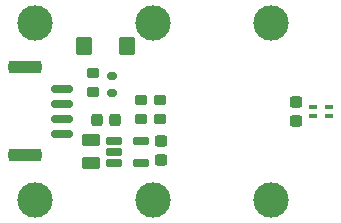
<source format=gbr>
%TF.GenerationSoftware,KiCad,Pcbnew,8.0.4+1*%
%TF.CreationDate,2024-10-14T01:12:22+00:00*%
%TF.ProjectId,TFHT02,54464854-3032-42e6-9b69-6361645f7063,rev?*%
%TF.SameCoordinates,Original*%
%TF.FileFunction,Soldermask,Bot*%
%TF.FilePolarity,Negative*%
%FSLAX46Y46*%
G04 Gerber Fmt 4.6, Leading zero omitted, Abs format (unit mm)*
G04 Created by KiCad (PCBNEW 8.0.4+1) date 2024-10-14 01:12:22*
%MOMM*%
%LPD*%
G01*
G04 APERTURE LIST*
G04 Aperture macros list*
%AMRoundRect*
0 Rectangle with rounded corners*
0 $1 Rounding radius*
0 $2 $3 $4 $5 $6 $7 $8 $9 X,Y pos of 4 corners*
0 Add a 4 corners polygon primitive as box body*
4,1,4,$2,$3,$4,$5,$6,$7,$8,$9,$2,$3,0*
0 Add four circle primitives for the rounded corners*
1,1,$1+$1,$2,$3*
1,1,$1+$1,$4,$5*
1,1,$1+$1,$6,$7*
1,1,$1+$1,$8,$9*
0 Add four rect primitives between the rounded corners*
20,1,$1+$1,$2,$3,$4,$5,0*
20,1,$1+$1,$4,$5,$6,$7,0*
20,1,$1+$1,$6,$7,$8,$9,0*
20,1,$1+$1,$8,$9,$2,$3,0*%
G04 Aperture macros list end*
%ADD10C,3.000000*%
%ADD11RoundRect,0.050000X0.250000X0.150000X-0.250000X0.150000X-0.250000X-0.150000X0.250000X-0.150000X0*%
%ADD12RoundRect,0.180000X0.495000X0.620000X-0.495000X0.620000X-0.495000X-0.620000X0.495000X-0.620000X0*%
%ADD13RoundRect,0.180000X-0.495000X-0.620000X0.495000X-0.620000X0.495000X0.620000X-0.495000X0.620000X0*%
%ADD14RoundRect,0.250000X-0.250000X-0.275000X0.250000X-0.275000X0.250000X0.275000X-0.250000X0.275000X0*%
%ADD15RoundRect,0.175000X-0.225000X0.175000X-0.225000X-0.175000X0.225000X-0.175000X0.225000X0.175000X0*%
%ADD16RoundRect,0.175000X0.725000X-0.175000X0.725000X0.175000X-0.725000X0.175000X-0.725000X-0.175000X0*%
%ADD17RoundRect,0.275000X1.125000X-0.275000X1.125000X0.275000X-1.125000X0.275000X-1.125000X-0.275000X0*%
%ADD18RoundRect,0.250000X0.275000X-0.250000X0.275000X0.250000X-0.275000X0.250000X-0.275000X-0.250000X0*%
%ADD19RoundRect,0.275000X-0.500000X0.275000X-0.500000X-0.275000X0.500000X-0.275000X0.500000X0.275000X0*%
%ADD20RoundRect,0.175000X-0.537500X-0.175000X0.537500X-0.175000X0.537500X0.175000X-0.537500X0.175000X0*%
%ADD21RoundRect,0.225000X0.300000X-0.225000X0.300000X0.225000X-0.300000X0.225000X-0.300000X-0.225000X0*%
G04 APERTURE END LIST*
D10*
%TO.C,M4*%
X12500000Y15000000D03*
%TD*%
%TO.C,M2*%
X12500000Y0D03*
%TD*%
%TO.C,M6*%
X2500000Y15000000D03*
%TD*%
%TO.C,M5*%
X22500000Y0D03*
%TD*%
%TO.C,M1*%
X22500000Y15000000D03*
%TD*%
%TO.C,M3*%
X2500000Y0D03*
%TD*%
D11*
%TO.C,U2*%
X27446200Y7900000D03*
X27446200Y7100000D03*
X26046200Y7100000D03*
X26046200Y7900000D03*
%TD*%
D12*
%TO.C,D2*%
X10300000Y13000000D03*
D13*
X6700000Y13000000D03*
%TD*%
D14*
%TO.C,C4*%
X7784800Y6781800D03*
X9334800Y6781800D03*
%TD*%
D15*
%TO.C,D1*%
X9071000Y9075000D03*
X9071000Y10475000D03*
%TD*%
D16*
%TO.C,J1*%
X4847200Y5625000D03*
X4847200Y6875000D03*
X4847200Y8125000D03*
X4847200Y9375000D03*
D17*
X1647200Y3775000D03*
X1647200Y11225000D03*
%TD*%
D18*
%TO.C,C5*%
X24658300Y6725000D03*
X24658300Y8275000D03*
%TD*%
%TO.C,C1*%
X13208000Y3416000D03*
X13208000Y4966000D03*
%TD*%
D19*
%TO.C,C3*%
X7239000Y5039400D03*
X7239000Y3139400D03*
%TD*%
D20*
%TO.C,U3*%
X9200300Y3114000D03*
X9200300Y4064000D03*
X9200300Y5014000D03*
X11475300Y5014000D03*
X11475300Y3114000D03*
%TD*%
D21*
%TO.C,R3*%
X13106400Y6820400D03*
X13106400Y8470400D03*
%TD*%
%TO.C,R10*%
X11531600Y6820400D03*
X11531600Y8470400D03*
%TD*%
%TO.C,R1*%
X7421000Y9106400D03*
X7421000Y10756400D03*
%TD*%
M02*

</source>
